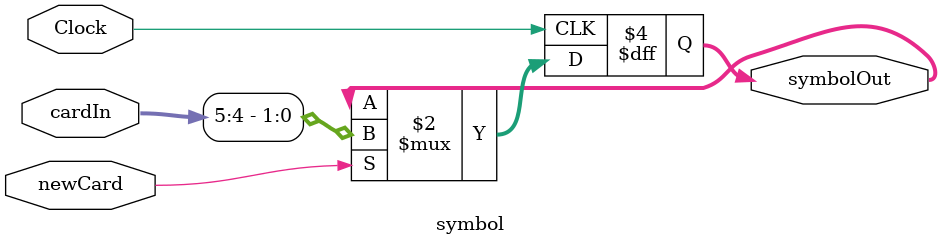
<source format=v>

module regn(R, Resetn, E, Clock, Q);
    parameter n = 8;
    input [n-1:0] R;
    input Resetn, E, Clock;
    output reg [n-1:0] Q;

    always @(posedge Clock)
        if (!Resetn)
            Q <= 0;
        else if (E)
            Q <= R;
endmodule

// Column counter (horizontal) for object memory (24x36)
module countX(Clock, Resetn, E, Q, pix);
    parameter n = 8;
    input Clock, Resetn, E;
    output reg [4:0] Q;  // 5 bits for counting to 24 (max value 23)
	 output reg [9:0] pix;

    always @ (posedge Clock) begin
        if (Resetn == 0) // Reset when Resetn is low
            Q <= 0;
        else if (E && Q < 23)  // Count from 0 to 23 (24 columns)
            Q <= Q + 1;
        else if (Q == 23)  // Once it reaches 23, reset it
            Q <= 0;
    end
endmodule

// Row counter (vertical) for object memory (24x36)
module countY(Clock, Resetn, E, Q);
    parameter n = 8;
    input Clock, Resetn, E;
    output reg [5:0] Q;  // 6 bits for counting to 36 (max value 35)

    always @ (posedge Clock) begin
        if (Resetn == 0)  // Reset when Resetn is low
            Q <= 0;
        else if (E && Q < 35)  // Count from 0 to 35 (36 rows)
            Q <= Q + 1;
        else if (Q == 35)  // Once it reaches 35, reset it
            Q <= 0;
    end
endmodule

module address(Clock, XC,YC, card_value, pixel);
	input Clock;
    input [4:0] XC;
    input [5:0] YC;
    input [3:0] card_value;
    reg [13:0] posIndex;
    parameter OBJECT_WIDTH = 24;
    output reg [13:0] pixel;
    initial pixel = 14'b00000000000000;

    always @(*) begin
            case (card_value)
                4'b0010: posIndex = 864;  // 2
                4'b0011: posIndex = 1728;  // 3
                4'b0100: posIndex = 2592;  // 4
                4'b0101: posIndex = 3456;  // 5
                4'b0110: posIndex = 4320;  // 6
                4'b0111: posIndex = 5184;  // 7
                4'b1000: posIndex = 6048;  // 8
                4'b1001: posIndex = 6912;  // 9
                4'b1010: posIndex = 7776; // 10 
                4'b1011: posIndex = 8640; // Jack
                4'b1100: posIndex = 9504; // Queen
                4'b1101: posIndex = 10368; // King
                4'b0001: posIndex = 0; // Ace
                default: posIndex = 0;
            endcase
    end

    always @ (*)begin
        pixel = posIndex + (((YC << 4) + (YC << 3)) + XC);   // YC * OBJECT_WIDTH + XC
end
endmodule

module cardNumber(Clock, newCard, cardIn, value);
    input Clock;
    input newCard; //Signal of drawing new card
    input [5:0] cardIn; // 6 bit new card drawn
    output reg [3:0] value; // 4 bit card output value

    initial value = 4'b0000;

    always@(posedge Clock)begin
        if(newCard)begin
            value <= cardIn[3:0];
        end
        else
        value <= value;
    end
endmodule

module symbol(Clock, newCard, cardIn, symbolOut);
    input Clock;
    input newCard; //Signal of drawing a new card
    input [5:0] cardIn; // 6 bit new card drawn
    output reg [1:0] symbolOut;

    always@(posedge Clock)begin
        if(newCard)begin
            symbolOut <= cardIn[5:4];
        end
    end

endmodule
</source>
